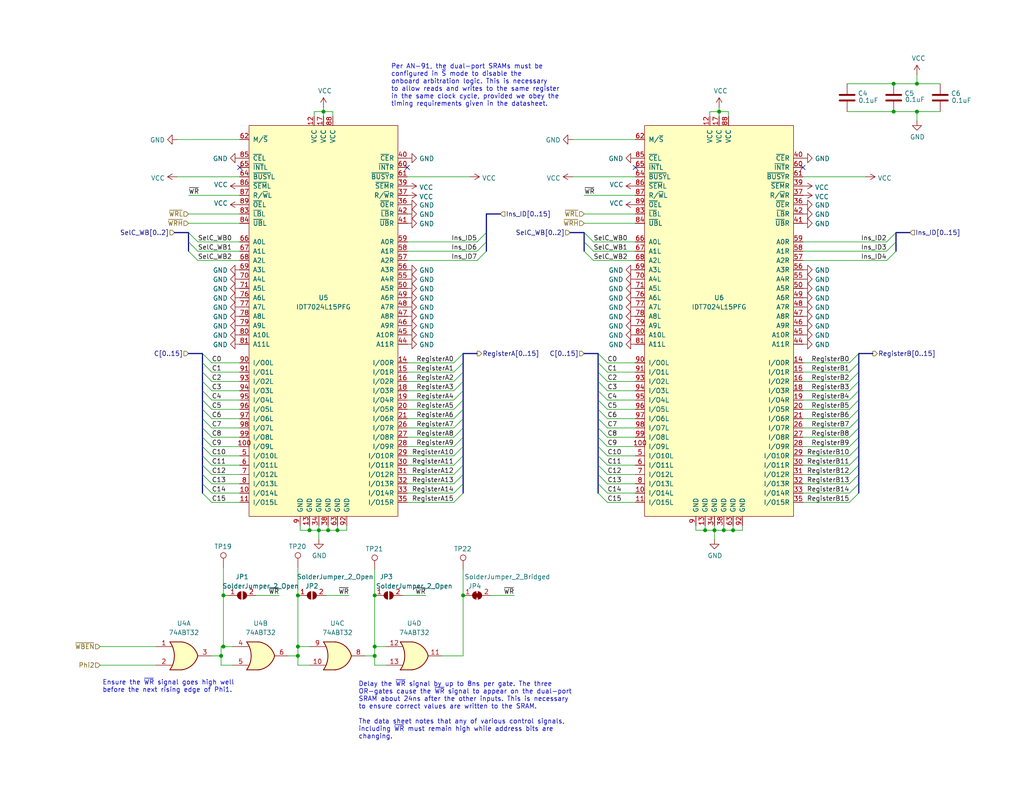
<source format=kicad_sch>
(kicad_sch (version 20250114) (generator "eeschema") (generator_version "9.0")
  (paper "USLetter")
  (title_block (title "Register File") (date "2025-07-01") (rev "A") (comment 4 "Triple Port Register File build from dual port SRAM"))
  (text "Delay the ~{WR} signal by up to 8ns per gate. The three\nOR-gates cause the ~{WR} signal to appear on the dual-port\nSRAM about 24ns after the other inputs. This is necessary\nto ensure correct values are written to the SRAM.\n\nThe data sheet notes that any of various control signals,\nincluding ~{WR} must remain high while address bits are\nchanging." (at 97.79 201.93 0) (effects (font (size 1.27 1.27)) (justify left bottom)))
  (text "Per AN-91, the dual-port SRAMs must be\nconfigured in ~{S} mode to disable the\nonboard arbitration logic. This is necessary\nto allow reads and writes to the same register\nin the same clock cycle, provided we obey the \ntiming requirements given in the datasheet." (at 106.68 29.21 0) (effects (font (size 1.27 1.27)) (justify left bottom)))
  (text "Ensure the ~{WR} signal goes high well\nbefore the next rising edge of Phi1." (at 27.94 189.23 0) (effects (font (size 1.27 1.27)) (justify left bottom)))
  (junction (at 60.96 176.53))
  (junction (at 89.535 144.78))
  (junction (at 88.265 30.48))
  (junction (at 81.28 179.07))
  (junction (at 102.235 162.56))
  (junction (at 243.84 22.86))
  (junction (at 60.96 162.56))
  (junction (at 86.995 144.78))
  (junction (at 192.405 144.78))
  (junction (at 197.485 144.78))
  (junction (at 126.365 162.56))
  (junction (at 243.84 30.48))
  (junction (at 102.235 176.53))
  (junction (at 92.075 144.78))
  (junction (at 196.215 30.48))
  (junction (at 250.19 22.86))
  (junction (at 81.28 176.53))
  (junction (at 250.19 30.48))
  (junction (at 200.025 144.78))
  (junction (at 81.28 162.56))
  (junction (at 84.455 144.78))
  (junction (at 102.235 179.07))
  (junction (at 60.325 179.07))
  (junction (at 194.945 144.78))
  (no_connect (at 111.125 45.72))
  (no_connect (at 65.405 45.72))
  (no_connect (at 219.075 45.72))
  (no_connect (at 173.355 45.72))
  (bus_entry (at 234.315 109.22) (size -2.54 2.54))
  (bus_entry (at 126.365 124.46) (size -2.54 2.54))
  (bus_entry (at 159.385 63.5) (size 2.54 2.54))
  (bus_entry (at 55.245 111.76) (size 2.54 2.54))
  (bus_entry (at 132.715 68.58) (size -2.54 2.54))
  (bus_entry (at 163.195 119.38) (size 2.54 2.54))
  (bus_entry (at 163.195 104.14) (size 2.54 2.54))
  (bus_entry (at 51.435 66.04) (size 2.54 2.54))
  (bus_entry (at 234.315 104.14) (size -2.54 2.54))
  (bus_entry (at 163.195 96.52) (size 2.54 2.54))
  (bus_entry (at 163.195 106.68) (size 2.54 2.54))
  (bus_entry (at 163.195 127) (size 2.54 2.54))
  (bus_entry (at 55.245 96.52) (size 2.54 2.54))
  (bus_entry (at 163.195 116.84) (size 2.54 2.54))
  (bus_entry (at 126.365 121.92) (size -2.54 2.54))
  (bus_entry (at 234.315 119.38) (size -2.54 2.54))
  (bus_entry (at 163.195 101.6) (size 2.54 2.54))
  (bus_entry (at 163.195 121.92) (size 2.54 2.54))
  (bus_entry (at 234.315 114.3) (size -2.54 2.54))
  (bus_entry (at 55.245 109.22) (size 2.54 2.54))
  (bus_entry (at 234.315 106.68) (size -2.54 2.54))
  (bus_entry (at 55.245 134.62) (size 2.54 2.54))
  (bus_entry (at 126.365 127) (size -2.54 2.54))
  (bus_entry (at 55.245 132.08) (size 2.54 2.54))
  (bus_entry (at 126.365 132.08) (size -2.54 2.54))
  (bus_entry (at 244.475 68.58) (size -2.54 2.54))
  (bus_entry (at 126.365 99.06) (size -2.54 2.54))
  (bus_entry (at 234.315 129.54) (size -2.54 2.54))
  (bus_entry (at 244.475 66.04) (size -2.54 2.54))
  (bus_entry (at 55.245 106.68) (size 2.54 2.54))
  (bus_entry (at 55.245 129.54) (size 2.54 2.54))
  (bus_entry (at 55.245 114.3) (size 2.54 2.54))
  (bus_entry (at 163.195 99.06) (size 2.54 2.54))
  (bus_entry (at 126.365 116.84) (size -2.54 2.54))
  (bus_entry (at 55.245 119.38) (size 2.54 2.54))
  (bus_entry (at 126.365 129.54) (size -2.54 2.54))
  (bus_entry (at 132.715 63.5) (size -2.54 2.54))
  (bus_entry (at 163.195 124.46) (size 2.54 2.54))
  (bus_entry (at 51.435 63.5) (size 2.54 2.54))
  (bus_entry (at 234.315 116.84) (size -2.54 2.54))
  (bus_entry (at 163.195 111.76) (size 2.54 2.54))
  (bus_entry (at 126.365 119.38) (size -2.54 2.54))
  (bus_entry (at 55.245 124.46) (size 2.54 2.54))
  (bus_entry (at 234.315 134.62) (size -2.54 2.54))
  (bus_entry (at 55.245 127) (size 2.54 2.54))
  (bus_entry (at 159.385 66.04) (size 2.54 2.54))
  (bus_entry (at 132.715 66.04) (size -2.54 2.54))
  (bus_entry (at 126.365 114.3) (size -2.54 2.54))
  (bus_entry (at 51.435 68.58) (size 2.54 2.54))
  (bus_entry (at 234.315 124.46) (size -2.54 2.54))
  (bus_entry (at 55.245 104.14) (size 2.54 2.54))
  (bus_entry (at 163.195 132.08) (size 2.54 2.54))
  (bus_entry (at 55.245 116.84) (size 2.54 2.54))
  (bus_entry (at 163.195 109.22) (size 2.54 2.54))
  (bus_entry (at 126.365 106.68) (size -2.54 2.54))
  (bus_entry (at 234.315 111.76) (size -2.54 2.54))
  (bus_entry (at 163.195 114.3) (size 2.54 2.54))
  (bus_entry (at 55.245 121.92) (size 2.54 2.54))
  (bus_entry (at 234.315 101.6) (size -2.54 2.54))
  (bus_entry (at 163.195 134.62) (size 2.54 2.54))
  (bus_entry (at 234.315 99.06) (size -2.54 2.54))
  (bus_entry (at 126.365 109.22) (size -2.54 2.54))
  (bus_entry (at 244.475 63.5) (size -2.54 2.54))
  (bus_entry (at 163.195 129.54) (size 2.54 2.54))
  (bus_entry (at 234.315 96.52) (size -2.54 2.54))
  (bus_entry (at 234.315 132.08) (size -2.54 2.54))
  (bus_entry (at 234.315 121.92) (size -2.54 2.54))
  (bus_entry (at 126.365 104.14) (size -2.54 2.54))
  (bus_entry (at 55.245 101.6) (size 2.54 2.54))
  (bus_entry (at 234.315 127) (size -2.54 2.54))
  (bus_entry (at 55.245 99.06) (size 2.54 2.54))
  (bus_entry (at 126.365 134.62) (size -2.54 2.54))
  (bus_entry (at 126.365 111.76) (size -2.54 2.54))
  (bus_entry (at 126.365 96.52) (size -2.54 2.54))
  (bus_entry (at 126.365 101.6) (size -2.54 2.54))
  (bus_entry (at 159.385 68.58) (size 2.54 2.54))
  (bus (pts (xy 55.245 104.14) (xy 55.245 106.68)))
  (wire (pts (xy 116.205 162.56) (xy 109.855 162.56)))
  (wire (pts (xy 219.075 109.22) (xy 231.775 109.22)))
  (bus (pts (xy 126.365 104.14) (xy 126.365 106.68)))
  (wire (pts (xy 156.21 48.26) (xy 173.355 48.26)))
  (wire (pts (xy 111.125 116.84) (xy 123.825 116.84)))
  (wire (pts (xy 250.19 30.48) (xy 243.84 30.48)))
  (bus (pts (xy 248.285 63.5) (xy 244.475 63.5)))
  (bus (pts (xy 234.315 116.84) (xy 234.315 119.38)))
  (wire (pts (xy 57.785 127) (xy 65.405 127)))
  (wire (pts (xy 120.65 179.07) (xy 126.365 179.07)))
  (bus (pts (xy 163.195 132.08) (xy 163.195 134.62)))
  (wire (pts (xy 111.125 48.26) (xy 128.27 48.26)))
  (wire (pts (xy 102.235 162.56) (xy 102.235 176.53)))
  (wire (pts (xy 219.075 114.3) (xy 231.775 114.3)))
  (bus (pts (xy 163.195 121.92) (xy 163.195 124.46)))
  (wire (pts (xy 81.915 143.51) (xy 81.915 144.78)))
  (wire (pts (xy 197.485 144.78) (xy 200.025 144.78)))
  (wire (pts (xy 111.125 124.46) (xy 123.825 124.46)))
  (wire (pts (xy 161.925 66.04) (xy 173.355 66.04)))
  (wire (pts (xy 219.075 132.08) (xy 231.775 132.08)))
  (bus (pts (xy 234.315 127) (xy 234.315 129.54)))
  (wire (pts (xy 196.215 30.48) (xy 196.215 31.75)))
  (wire (pts (xy 27.305 176.53) (xy 42.545 176.53)))
  (wire (pts (xy 165.735 104.14) (xy 173.355 104.14)))
  (bus (pts (xy 55.245 114.3) (xy 55.245 116.84)))
  (bus (pts (xy 163.195 119.38) (xy 163.195 121.92)))
  (wire (pts (xy 88.265 29.21) (xy 88.265 30.48)))
  (bus (pts (xy 55.245 116.84) (xy 55.245 119.38)))
  (wire (pts (xy 57.785 99.06) (xy 65.405 99.06)))
  (bus (pts (xy 163.195 116.84) (xy 163.195 119.38)))
  (wire (pts (xy 60.325 179.07) (xy 60.325 176.53)))
  (bus (pts (xy 234.315 101.6) (xy 234.315 104.14)))
  (bus (pts (xy 126.365 127) (xy 126.365 129.54)))
  (wire (pts (xy 57.785 137.16) (xy 65.405 137.16)))
  (wire (pts (xy 78.74 179.07) (xy 81.28 179.07)))
  (bus (pts (xy 132.715 66.04) (xy 132.715 68.58)))
  (wire (pts (xy 81.28 176.53) (xy 84.455 176.53)))
  (wire (pts (xy 57.785 124.46) (xy 65.405 124.46)))
  (wire (pts (xy 111.125 114.3) (xy 123.825 114.3)))
  (wire (pts (xy 197.485 143.51) (xy 197.485 144.78)))
  (wire (pts (xy 57.785 114.3) (xy 65.405 114.3)))
  (bus (pts (xy 159.385 96.52) (xy 163.195 96.52)))
  (wire (pts (xy 161.925 68.58) (xy 173.355 68.58)))
  (wire (pts (xy 219.075 124.46) (xy 231.775 124.46)))
  (bus (pts (xy 159.385 66.04) (xy 159.385 68.58)))
  (bus (pts (xy 163.195 101.6) (xy 163.195 104.14)))
  (wire (pts (xy 85.725 31.75) (xy 85.725 30.48)))
  (wire (pts (xy 57.785 109.22) (xy 65.405 109.22)))
  (wire (pts (xy 219.075 134.62) (xy 231.775 134.62)))
  (bus (pts (xy 163.195 104.14) (xy 163.195 106.68)))
  (wire (pts (xy 102.235 179.07) (xy 102.235 176.53)))
  (wire (pts (xy 111.125 106.68) (xy 123.825 106.68)))
  (wire (pts (xy 219.075 116.84) (xy 231.775 116.84)))
  (wire (pts (xy 194.945 144.78) (xy 197.485 144.78)))
  (bus (pts (xy 47.625 63.5) (xy 51.435 63.5)))
  (wire (pts (xy 192.405 144.78) (xy 194.945 144.78)))
  (wire (pts (xy 60.96 162.56) (xy 62.23 162.56)))
  (wire (pts (xy 99.695 179.07) (xy 102.235 179.07)))
  (wire (pts (xy 243.84 22.86) (xy 250.19 22.86)))
  (wire (pts (xy 219.075 106.68) (xy 231.775 106.68)))
  (wire (pts (xy 165.735 129.54) (xy 173.355 129.54)))
  (wire (pts (xy 165.735 109.22) (xy 173.355 109.22)))
  (wire (pts (xy 95.25 162.56) (xy 88.9 162.56)))
  (wire (pts (xy 111.125 111.76) (xy 123.825 111.76)))
  (bus (pts (xy 234.315 129.54) (xy 234.315 132.08)))
  (bus (pts (xy 163.195 129.54) (xy 163.195 132.08)))
  (wire (pts (xy 60.325 181.61) (xy 63.5 181.61)))
  (wire (pts (xy 89.535 144.78) (xy 92.075 144.78)))
  (wire (pts (xy 111.125 101.6) (xy 123.825 101.6)))
  (wire (pts (xy 65.405 60.96) (xy 51.435 60.96)))
  (wire (pts (xy 130.175 66.04) (xy 111.125 66.04)))
  (wire (pts (xy 111.125 109.22) (xy 123.825 109.22)))
  (wire (pts (xy 165.735 134.62) (xy 173.355 134.62)))
  (wire (pts (xy 102.235 181.61) (xy 105.41 181.61)))
  (wire (pts (xy 202.565 144.78) (xy 202.565 143.51)))
  (wire (pts (xy 194.945 144.78) (xy 194.945 147.32)))
  (wire (pts (xy 65.405 58.42) (xy 51.435 58.42)))
  (wire (pts (xy 165.735 116.84) (xy 173.355 116.84)))
  (bus (pts (xy 163.195 114.3) (xy 163.195 116.84)))
  (wire (pts (xy 219.075 129.54) (xy 231.775 129.54)))
  (wire (pts (xy 48.26 38.1) (xy 65.405 38.1)))
  (bus (pts (xy 51.435 66.04) (xy 51.435 68.58)))
  (wire (pts (xy 219.075 101.6) (xy 231.775 101.6)))
  (bus (pts (xy 51.435 63.5) (xy 51.435 66.04)))
  (wire (pts (xy 165.735 111.76) (xy 173.355 111.76)))
  (wire (pts (xy 81.28 154.94) (xy 81.28 162.56)))
  (wire (pts (xy 84.455 143.51) (xy 84.455 144.78)))
  (bus (pts (xy 126.365 99.06) (xy 126.365 101.6)))
  (wire (pts (xy 173.355 53.34) (xy 159.385 53.34)))
  (bus (pts (xy 55.245 109.22) (xy 55.245 111.76)))
  (bus (pts (xy 234.315 132.08) (xy 234.315 134.62)))
  (wire (pts (xy 60.96 162.56) (xy 60.96 176.53)))
  (wire (pts (xy 111.125 68.58) (xy 130.175 68.58)))
  (wire (pts (xy 196.215 29.21) (xy 196.215 30.48)))
  (wire (pts (xy 200.025 144.78) (xy 202.565 144.78)))
  (wire (pts (xy 111.125 137.16) (xy 123.825 137.16)))
  (wire (pts (xy 189.865 144.78) (xy 192.405 144.78)))
  (wire (pts (xy 88.265 30.48) (xy 88.265 31.75)))
  (bus (pts (xy 234.315 119.38) (xy 234.315 121.92)))
  (wire (pts (xy 81.28 179.07) (xy 81.28 181.61)))
  (wire (pts (xy 111.125 121.92) (xy 123.825 121.92)))
  (bus (pts (xy 51.435 96.52) (xy 55.245 96.52)))
  (wire (pts (xy 173.355 60.96) (xy 159.385 60.96)))
  (wire (pts (xy 194.945 143.51) (xy 194.945 144.78)))
  (wire (pts (xy 219.075 104.14) (xy 231.775 104.14)))
  (wire (pts (xy 89.535 143.51) (xy 89.535 144.78)))
  (wire (pts (xy 86.995 144.78) (xy 89.535 144.78)))
  (wire (pts (xy 90.805 30.48) (xy 90.805 31.75)))
  (bus (pts (xy 130.175 96.52) (xy 126.365 96.52)))
  (wire (pts (xy 81.28 162.56) (xy 81.28 176.53)))
  (bus (pts (xy 155.575 63.5) (xy 159.385 63.5)))
  (wire (pts (xy 219.075 48.26) (xy 236.22 48.26)))
  (wire (pts (xy 126.365 162.56) (xy 126.365 179.07)))
  (wire (pts (xy 196.215 30.48) (xy 198.755 30.48)))
  (wire (pts (xy 219.075 68.58) (xy 241.935 68.58)))
  (bus (pts (xy 55.245 129.54) (xy 55.245 132.08)))
  (wire (pts (xy 193.675 31.75) (xy 193.675 30.48)))
  (wire (pts (xy 57.785 121.92) (xy 65.405 121.92)))
  (wire (pts (xy 156.21 38.1) (xy 173.355 38.1)))
  (bus (pts (xy 126.365 129.54) (xy 126.365 132.08)))
  (wire (pts (xy 53.975 66.04) (xy 65.405 66.04)))
  (wire (pts (xy 231.14 22.86) (xy 243.84 22.86)))
  (bus (pts (xy 244.475 66.04) (xy 244.475 68.58)))
  (wire (pts (xy 165.735 132.08) (xy 173.355 132.08)))
  (bus (pts (xy 163.195 99.06) (xy 163.195 101.6)))
  (wire (pts (xy 165.735 114.3) (xy 173.355 114.3)))
  (wire (pts (xy 60.96 176.53) (xy 63.5 176.53)))
  (wire (pts (xy 48.26 48.26) (xy 65.405 48.26)))
  (wire (pts (xy 57.785 116.84) (xy 65.405 116.84)))
  (wire (pts (xy 111.125 119.38) (xy 123.825 119.38)))
  (bus (pts (xy 163.195 96.52) (xy 163.195 99.06)))
  (bus (pts (xy 234.315 114.3) (xy 234.315 116.84)))
  (wire (pts (xy 189.865 143.51) (xy 189.865 144.78)))
  (bus (pts (xy 126.365 121.92) (xy 126.365 124.46)))
  (wire (pts (xy 140.335 162.56) (xy 133.985 162.56)))
  (bus (pts (xy 55.245 99.06) (xy 55.245 101.6)))
  (wire (pts (xy 219.075 111.76) (xy 231.775 111.76)))
  (wire (pts (xy 165.735 137.16) (xy 173.355 137.16)))
  (wire (pts (xy 57.785 134.62) (xy 65.405 134.62)))
  (wire (pts (xy 250.19 20.32) (xy 250.19 22.86)))
  (wire (pts (xy 57.785 179.07) (xy 60.325 179.07)))
  (bus (pts (xy 126.365 119.38) (xy 126.365 121.92)))
  (wire (pts (xy 256.54 30.48) (xy 250.19 30.48)))
  (wire (pts (xy 192.405 143.51) (xy 192.405 144.78)))
  (bus (pts (xy 163.195 106.68) (xy 163.195 109.22)))
  (bus (pts (xy 55.245 127) (xy 55.245 129.54)))
  (wire (pts (xy 84.455 144.78) (xy 86.995 144.78)))
  (bus (pts (xy 163.195 127) (xy 163.195 129.54)))
  (bus (pts (xy 55.245 111.76) (xy 55.245 114.3)))
  (bus (pts (xy 234.315 109.22) (xy 234.315 111.76)))
  (wire (pts (xy 219.075 119.38) (xy 231.775 119.38)))
  (bus (pts (xy 159.385 63.5) (xy 159.385 66.04)))
  (wire (pts (xy 94.615 144.78) (xy 94.615 143.51)))
  (wire (pts (xy 65.405 53.34) (xy 51.435 53.34)))
  (wire (pts (xy 111.125 127) (xy 123.825 127)))
  (wire (pts (xy 102.235 155.575) (xy 102.235 162.56)))
  (wire (pts (xy 198.755 30.48) (xy 198.755 31.75)))
  (wire (pts (xy 111.125 132.08) (xy 123.825 132.08)))
  (wire (pts (xy 60.96 176.53) (xy 60.325 176.53)))
  (bus (pts (xy 163.195 111.76) (xy 163.195 114.3)))
  (bus (pts (xy 234.315 111.76) (xy 234.315 114.3)))
  (wire (pts (xy 241.935 66.04) (xy 219.075 66.04)))
  (wire (pts (xy 102.235 176.53) (xy 105.41 176.53)))
  (bus (pts (xy 244.475 63.5) (xy 244.475 66.04)))
  (wire (pts (xy 76.2 162.56) (xy 69.85 162.56)))
  (wire (pts (xy 165.735 119.38) (xy 173.355 119.38)))
  (wire (pts (xy 200.025 143.51) (xy 200.025 144.78)))
  (wire (pts (xy 81.28 179.07) (xy 81.28 176.53)))
  (wire (pts (xy 241.935 71.12) (xy 219.075 71.12)))
  (wire (pts (xy 130.175 71.12) (xy 111.125 71.12)))
  (wire (pts (xy 250.19 22.86) (xy 256.54 22.86)))
  (wire (pts (xy 86.995 143.51) (xy 86.995 144.78)))
  (wire (pts (xy 250.19 33.02) (xy 250.19 30.48)))
  (bus (pts (xy 55.245 132.08) (xy 55.245 134.62)))
  (wire (pts (xy 165.735 106.68) (xy 173.355 106.68)))
  (bus (pts (xy 126.365 101.6) (xy 126.365 104.14)))
  (wire (pts (xy 102.235 179.07) (xy 102.235 181.61)))
  (wire (pts (xy 161.925 71.12) (xy 173.355 71.12)))
  (bus (pts (xy 55.245 101.6) (xy 55.245 104.14)))
  (wire (pts (xy 53.975 71.12) (xy 65.405 71.12)))
  (wire (pts (xy 57.785 106.68) (xy 65.405 106.68)))
  (wire (pts (xy 57.785 119.38) (xy 65.405 119.38)))
  (wire (pts (xy 92.075 144.78) (xy 94.615 144.78)))
  (wire (pts (xy 111.125 129.54) (xy 123.825 129.54)))
  (bus (pts (xy 126.365 111.76) (xy 126.365 114.3)))
  (bus (pts (xy 126.365 96.52) (xy 126.365 99.06)))
  (bus (pts (xy 126.365 116.84) (xy 126.365 119.38)))
  (wire (pts (xy 165.735 121.92) (xy 173.355 121.92)))
  (wire (pts (xy 165.735 124.46) (xy 173.355 124.46)))
  (bus (pts (xy 55.245 119.38) (xy 55.245 121.92)))
  (wire (pts (xy 219.075 137.16) (xy 231.775 137.16)))
  (wire (pts (xy 165.735 101.6) (xy 173.355 101.6)))
  (bus (pts (xy 132.715 63.5) (xy 132.715 66.04)))
  (wire (pts (xy 193.675 30.48) (xy 196.215 30.48)))
  (bus (pts (xy 234.315 104.14) (xy 234.315 106.68)))
  (bus (pts (xy 126.365 109.22) (xy 126.365 111.76)))
  (wire (pts (xy 57.785 104.14) (xy 65.405 104.14)))
  (bus (pts (xy 126.365 132.08) (xy 126.365 134.62)))
  (bus (pts (xy 234.315 121.92) (xy 234.315 124.46)))
  (bus (pts (xy 136.525 58.42) (xy 132.715 58.42)))
  (wire (pts (xy 111.125 104.14) (xy 123.825 104.14)))
  (wire (pts (xy 57.785 129.54) (xy 65.405 129.54)))
  (bus (pts (xy 163.195 124.46) (xy 163.195 127)))
  (wire (pts (xy 57.785 132.08) (xy 65.405 132.08)))
  (bus (pts (xy 126.365 106.68) (xy 126.365 109.22)))
  (wire (pts (xy 60.96 154.94) (xy 60.96 162.56)))
  (bus (pts (xy 126.365 124.46) (xy 126.365 127)))
  (wire (pts (xy 86.995 144.78) (xy 86.995 147.32)))
  (wire (pts (xy 57.785 101.6) (xy 65.405 101.6)))
  (wire (pts (xy 27.305 181.61) (xy 42.545 181.61)))
  (wire (pts (xy 165.735 127) (xy 173.355 127)))
  (wire (pts (xy 57.785 111.76) (xy 65.405 111.76)))
  (bus (pts (xy 238.125 96.52) (xy 234.315 96.52)))
  (bus (pts (xy 126.365 114.3) (xy 126.365 116.84)))
  (wire (pts (xy 53.975 68.58) (xy 65.405 68.58)))
  (wire (pts (xy 81.28 181.61) (xy 84.455 181.61)))
  (wire (pts (xy 111.125 99.06) (xy 123.825 99.06)))
  (wire (pts (xy 243.84 30.48) (xy 231.14 30.48)))
  (wire (pts (xy 88.265 30.48) (xy 90.805 30.48)))
  (bus (pts (xy 55.245 121.92) (xy 55.245 124.46)))
  (bus (pts (xy 132.715 58.42) (xy 132.715 63.5)))
  (bus (pts (xy 234.315 96.52) (xy 234.315 99.06)))
  (wire (pts (xy 165.735 99.06) (xy 173.355 99.06)))
  (wire (pts (xy 126.365 155.575) (xy 126.365 162.56)))
  (bus (pts (xy 234.315 124.46) (xy 234.315 127)))
  (wire (pts (xy 92.075 143.51) (xy 92.075 144.78)))
  (wire (pts (xy 111.125 134.62) (xy 123.825 134.62)))
  (bus (pts (xy 55.245 124.46) (xy 55.245 127)))
  (wire (pts (xy 219.075 121.92) (xy 231.775 121.92)))
  (wire (pts (xy 60.325 179.07) (xy 60.325 181.61)))
  (bus (pts (xy 234.315 99.06) (xy 234.315 101.6)))
  (wire (pts (xy 85.725 30.48) (xy 88.265 30.48)))
  (bus (pts (xy 163.195 109.22) (xy 163.195 111.76)))
  (wire (pts (xy 173.355 58.42) (xy 159.385 58.42)))
  (wire (pts (xy 219.075 99.06) (xy 231.775 99.06)))
  (bus (pts (xy 234.315 106.68) (xy 234.315 109.22)))
  (wire (pts (xy 219.075 127) (xy 231.775 127)))
  (bus (pts (xy 55.245 106.68) (xy 55.245 109.22)))
  (wire (pts (xy 81.915 144.78) (xy 84.455 144.78)))
  (bus (pts (xy 55.245 96.52) (xy 55.245 99.06)))
  (label "C13" (at 165.735 132.08 0))
  (label "Ins_ID4" (at 241.935 71.12 180))
  (label "SelC_WB0" (at 161.925 66.04 0))
  (label "RegisterB7" (at 231.775 116.84 180))
  (label "RegisterB14" (at 231.775 134.62 180))
  (label "C11" (at 57.785 127 0))
  (label "C15" (at 165.735 137.16 0))
  (label "SelC_WB2" (at 161.925 71.12 0))
  (label "Ins_ID7" (at 130.175 71.12 180))
  (label "C5" (at 57.785 111.76 0))
  (label "RegisterA13" (at 123.825 132.08 180))
  (label "C0" (at 165.735 99.06 0))
  (label "RegisterB10" (at 231.775 124.46 180))
  (label "C12" (at 57.785 129.54 0))
  (label "SelC_WB2" (at 53.975 71.12 0))
  (label "RegisterA5" (at 123.825 111.76 180))
  (label "C9" (at 57.785 121.92 0))
  (label "C4" (at 165.735 109.22 0))
  (label "RegisterB9" (at 231.775 121.92 180))
  (label "~{WR}" (at 95.25 162.56 180))
  (label "~{WR}" (at 116.205 162.56 180))
  (label "SelC_WB0" (at 53.975 66.04 0))
  (label "C0" (at 57.785 99.06 0))
  (label "C3" (at 57.785 106.68 0))
  (label "Ins_ID3" (at 241.935 68.58 180))
  (label "C6" (at 57.785 114.3 0))
  (label "C11" (at 165.735 127 0))
  (label "RegisterB12" (at 231.775 129.54 180))
  (label "RegisterA4" (at 123.825 109.22 180))
  (label "RegisterA0" (at 123.825 99.06 180))
  (label "RegisterA10" (at 123.825 124.46 180))
  (label "RegisterB1" (at 231.775 101.6 180))
  (label "C5" (at 165.735 111.76 0))
  (label "RegisterB6" (at 231.775 114.3 180))
  (label "Ins_ID6" (at 130.175 68.58 180))
  (label "RegisterA2" (at 123.825 104.14 180))
  (label "RegisterB3" (at 231.775 106.68 180))
  (label "C15" (at 57.785 137.16 0))
  (label "C6" (at 165.735 114.3 0))
  (label "C10" (at 57.785 124.46 0))
  (label "RegisterA3" (at 123.825 106.68 180))
  (label "RegisterA1" (at 123.825 101.6 180))
  (label "SelC_WB1" (at 161.925 68.58 0))
  (label "RegisterB0" (at 231.775 99.06 180))
  (label "C12" (at 165.735 129.54 0))
  (label "RegisterA7" (at 123.825 116.84 180))
  (label "RegisterB5" (at 231.775 111.76 180))
  (label "C3" (at 165.735 106.68 0))
  (label "RegisterB4" (at 231.775 109.22 180))
  (label "RegisterA8" (at 123.825 119.38 180))
  (label "RegisterB2" (at 231.775 104.14 180))
  (label "C14" (at 165.735 134.62 0))
  (label "C1" (at 57.785 101.6 0))
  (label "RegisterB11" (at 231.775 127 180))
  (label "SelC_WB1" (at 53.975 68.58 0))
  (label "RegisterA11" (at 123.825 127 180))
  (label "~{WR}" (at 76.2 162.56 180))
  (label "C14" (at 57.785 134.62 0))
  (label "Ins_ID2" (at 241.935 66.04 180))
  (label "C9" (at 165.735 121.92 0))
  (label "C2" (at 165.735 104.14 0))
  (label "C8" (at 165.735 119.38 0))
  (label "~{WR}" (at 159.385 53.34 0))
  (label "C10" (at 165.735 124.46 0))
  (label "RegisterB15" (at 231.775 137.16 180))
  (label "C7" (at 57.785 116.84 0))
  (label "C8" (at 57.785 119.38 0))
  (label "Ins_ID5" (at 130.175 66.04 180))
  (label "C7" (at 165.735 116.84 0))
  (label "RegisterA9" (at 123.825 121.92 180))
  (label "RegisterA15" (at 123.825 137.16 180))
  (label "C13" (at 57.785 132.08 0))
  (label "RegisterB13" (at 231.775 132.08 180))
  (label "~{WR}" (at 140.335 162.56 180))
  (label "C2" (at 57.785 104.14 0))
  (label "RegisterA6" (at 123.825 114.3 180))
  (label "C1" (at 165.735 101.6 0))
  (label "C4" (at 57.785 109.22 0))
  (label "RegisterB8" (at 231.775 119.38 180))
  (label "RegisterA12" (at 123.825 129.54 180))
  (label "~{WR}" (at 51.435 53.34 0))
  (label "RegisterA14" (at 123.825 134.62 180))
  (hierarchical_label "~{WBEN}" (shape input) (at 27.305 176.53 180))
  (hierarchical_label "C[0..15]" (shape input) (at 51.435 96.52 180))
  (hierarchical_label "SelC_WB[0..2]" (shape input) (at 155.575 63.5 180))
  (hierarchical_label "Phi2" (shape input) (at 27.305 181.61 180))
  (hierarchical_label "~{WRL}" (shape input) (at 51.435 58.42 180))
  (hierarchical_label "C[0..15]" (shape input) (at 159.385 96.52 180))
  (hierarchical_label "RegisterB[0..15]" (shape output) (at 238.125 96.52 0))
  (hierarchical_label "Ins_ID[0..15]" (shape input) (at 248.285 63.5 0))
  (hierarchical_label "SelC_WB[0..2]" (shape input) (at 47.625 63.5 180))
  (hierarchical_label "Ins_ID[0..15]" (shape input) (at 136.525 58.42 0))
  (hierarchical_label "~{WRH}" (shape input) (at 159.385 60.96 180))
  (hierarchical_label "RegisterA[0..15]" (shape output) (at 130.175 96.52 0))
  (hierarchical_label "~{WRL}" (shape input) (at 159.385 58.42 180))
  (hierarchical_label "~{WRH}" (shape input) (at 51.435 60.96 180))
  (symbol (lib_id "power:GND") (at 250.19 33.02 0) (unit 1)
    (property "Reference" "#PWR082" (effects (hide yes)))
    (property "Value" "GND" (at 250.317 37.4142 0))
    (property "Description" "Power symbol creates a global label with name \"GND\" , ground" (effects (hide yes)))
    (instances (project "RegisterFileModule" (path "" (reference "#PWR082") (unit 1))) (project "MainBoard" (path "" (reference "#PWR0129") (unit 1))))
  )
  (symbol (lib_id "Device:C") (at 256.54 26.67 0) (unit 1)
    (property "Reference" "C6" (at 259.461 25.5016 0) (effects (justify left)))
    (property "Value" "0.1uF" (at 259.588 27.432 0) (effects (justify left)))
    (property "Footprint" "Capacitor_SMD:C_0603_1608Metric" (effects (hide yes)))
    (property "Datasheet" "https://www.mouser.com/datasheet/2/396/taiyo_yuden_12132018_mlcc11_hq_e-1510082.pdf" (effects (hide yes)))
    (property "Manufacturer" "Taiyo Yuden" (effects (hide yes)))
    (property "Manufacturer#" "EMK107B7104KAHT" (effects (hide yes)))
    (property "Mouser#" "963-EMK107B7104KAHT" (effects (hide yes)))
    (property "Digikey#" "587-6004-1-ND" (effects (hide yes)))
    (instances (project "RegisterFileModule" (path "" (reference "C6") (unit 1))) (project "MainBoard" (path "" (reference "C15") (unit 1))))
  )
  (symbol (lib_id "Device:C") (at 243.84 26.67 0) (unit 1)
    (property "Reference" "C5" (at 246.761 25.5016 0) (effects (justify left)))
    (property "Value" "0.1uF" (at 246.888 27.178 0) (effects (justify left)))
    (property "Footprint" "Capacitor_SMD:C_0603_1608Metric" (effects (hide yes)))
    (property "Datasheet" "https://www.mouser.com/datasheet/2/396/taiyo_yuden_12132018_mlcc11_hq_e-1510082.pdf" (effects (hide yes)))
    (property "Manufacturer" "Taiyo Yuden" (effects (hide yes)))
    (property "Manufacturer#" "EMK107B7104KAHT" (effects (hide yes)))
    (property "Mouser#" "963-EMK107B7104KAHT" (effects (hide yes)))
    (property "Digikey#" "587-6004-1-ND" (effects (hide yes)))
    (instances (project "RegisterFileModule" (path "" (reference "C5") (unit 1))) (project "MainBoard" (path "" (reference "C14") (unit 1))))
  )
  (symbol (lib_id "power:VCC") (at 250.19 20.32 0) (unit 1)
    (property "Reference" "#PWR081" (effects (hide yes)))
    (property "Value" "VCC" (at 250.6218 15.9258 0))
    (property "Description" "Power symbol creates a global label with name \"VCC\"" (effects (hide yes)))
    (instances (project "RegisterFileModule" (path "" (reference "#PWR081") (unit 1))) (project "MainBoard" (path "" (reference "#PWR0128") (unit 1))))
  )
  (symbol (lib_id "Turtle16:IDT7024L15PFG") (at 88.265 82.55 0) (unit 1)
    (property "Reference" "U5" (at 88.265 81.28 0))
    (property "Value" "IDT7024L15PFG" (at 88.265 83.82 0))
    (property "Footprint" "Package_QFP:TQFP-100_14x14mm_P0.5mm" (effects (hide yes)))
    (property "Datasheet" "https://www.mouser.com/datasheet/2/698/REN_7024_DST_20200220-2930664.pdf" (effects (hide yes)))
    (property "Manufacturer" "Renesas Electronics Corporation" (effects (hide yes)))
    (property "Manufacturer#" "7024L15PFG" (effects (hide yes)))
    (property "Mouser#" "972-7024L15PFG" (effects (hide yes)))
    (property "Digikey#" "800-3611-ND" (effects (hide yes)))
    (instances (project "RegisterFileModule" (path "" (reference "U5") (unit 1))) (project "MainBoard" (path "" (reference "U13") (unit 1))))
  )
  (symbol (lib_id "power:VCC") (at 88.265 29.21 0) (unit 1)
    (property "Reference" "#PWR032" (effects (hide yes)))
    (property "Value" "VCC" (at 88.646 24.8158 0))
    (property "Description" "Power symbol creates a global label with name \"VCC\"" (effects (hide yes)))
    (instances (project "RegisterFileModule" (path "" (reference "#PWR032") (unit 1))) (project "MainBoard" (path "" (reference "#PWR079") (unit 1))))
  )
  (symbol (lib_id "power:GND") (at 86.995 147.32 0) (unit 1)
    (property "Reference" "#PWR031" (effects (hide yes)))
    (property "Value" "GND" (at 87.122 151.7142 0))
    (property "Description" "Power symbol creates a global label with name \"GND\" , ground" (effects (hide yes)))
    (instances (project "RegisterFileModule" (path "" (reference "#PWR031") (unit 1))) (project "MainBoard" (path "" (reference "#PWR078") (unit 1))))
  )
  (symbol (lib_id "power:GND") (at 65.405 43.18 270) (unit 1)
    (property "Reference" "#PWR019" (effects (hide yes)))
    (property "Value" "GND" (at 62.1538 43.307 90) (effects (justify right)))
    (property "Description" "Power symbol creates a global label with name \"GND\" , ground" (effects (hide yes)))
    (instances (project "RegisterFileModule" (path "" (reference "#PWR019") (unit 1))) (project "MainBoard" (path "" (reference "#PWR066") (unit 1))))
  )
  (symbol (lib_id "power:GND") (at 111.125 43.18 90) (mirror x) (unit 1)
    (property "Reference" "#PWR033" (effects (hide yes)))
    (property "Value" "GND" (at 114.3762 43.307 90) (effects (justify right)))
    (property "Description" "Power symbol creates a global label with name \"GND\" , ground" (effects (hide yes)))
    (instances (project "RegisterFileModule" (path "" (reference "#PWR033") (unit 1))) (project "MainBoard" (path "" (reference "#PWR080") (unit 1))))
  )
  (symbol (lib_id "power:GND") (at 111.125 55.88 90) (mirror x) (unit 1)
    (property "Reference" "#PWR036" (effects (hide yes)))
    (property "Value" "GND" (at 114.3762 56.007 90) (effects (justify right)))
    (property "Description" "Power symbol creates a global label with name \"GND\" , ground" (effects (hide yes)))
    (instances (project "RegisterFileModule" (path "" (reference "#PWR036") (unit 1))) (project "MainBoard" (path "" (reference "#PWR083") (unit 1))))
  )
  (symbol (lib_id "power:GND") (at 111.125 73.66 90) (mirror x) (unit 1)
    (property "Reference" "#PWR039" (effects (hide yes)))
    (property "Value" "GND" (at 114.3762 73.787 90) (effects (justify right)))
    (property "Description" "Power symbol creates a global label with name \"GND\" , ground" (effects (hide yes)))
    (instances (project "RegisterFileModule" (path "" (reference "#PWR039") (unit 1))) (project "MainBoard" (path "" (reference "#PWR086") (unit 1))))
  )
  (symbol (lib_id "power:GND") (at 111.125 76.2 90) (mirror x) (unit 1)
    (property "Reference" "#PWR040" (effects (hide yes)))
    (property "Value" "GND" (at 114.3762 76.327 90) (effects (justify right)))
    (property "Description" "Power symbol creates a global label with name \"GND\" , ground" (effects (hide yes)))
    (instances (project "RegisterFileModule" (path "" (reference "#PWR040") (unit 1))) (project "MainBoard" (path "" (reference "#PWR087") (unit 1))))
  )
  (symbol (lib_id "power:GND") (at 111.125 78.74 90) (mirror x) (unit 1)
    (property "Reference" "#PWR041" (effects (hide yes)))
    (property "Value" "GND" (at 114.3762 78.867 90) (effects (justify right)))
    (property "Description" "Power symbol creates a global label with name \"GND\" , ground" (effects (hide yes)))
    (instances (project "RegisterFileModule" (path "" (reference "#PWR041") (unit 1))) (project "MainBoard" (path "" (reference "#PWR088") (unit 1))))
  )
  (symbol (lib_id "power:GND") (at 111.125 81.28 90) (mirror x) (unit 1)
    (property "Reference" "#PWR042" (effects (hide yes)))
    (property "Value" "GND" (at 114.3762 81.407 90) (effects (justify right)))
    (property "Description" "Power symbol creates a global label with name \"GND\" , ground" (effects (hide yes)))
    (instances (project "RegisterFileModule" (path "" (reference "#PWR042") (unit 1))) (project "MainBoard" (path "" (reference "#PWR089") (unit 1))))
  )
  (symbol (lib_id "power:GND") (at 111.125 83.82 90) (mirror x) (unit 1)
    (property "Reference" "#PWR043" (effects (hide yes)))
    (property "Value" "GND" (at 114.3762 83.947 90) (effects (justify right)))
    (property "Description" "Power symbol creates a global label with name \"GND\" , ground" (effects (hide yes)))
    (instances (project "RegisterFileModule" (path "" (reference "#PWR043") (unit 1))) (project "MainBoard" (path "" (reference "#PWR090") (unit 1))))
  )
  (symbol (lib_id "power:GND") (at 111.125 86.36 90) (mirror x) (unit 1)
    (property "Reference" "#PWR044" (effects (hide yes)))
    (property "Value" "GND" (at 114.3762 86.487 90) (effects (justify right)))
    (property "Description" "Power symbol creates a global label with name \"GND\" , ground" (effects (hide yes)))
    (instances (project "RegisterFileModule" (path "" (reference "#PWR044") (unit 1))) (project "MainBoard" (path "" (reference "#PWR091") (unit 1))))
  )
  (symbol (lib_id "power:GND") (at 111.125 88.9 90) (mirror x) (unit 1)
    (property "Reference" "#PWR045" (effects (hide yes)))
    (property "Value" "GND" (at 114.3762 89.027 90) (effects (justify right)))
    (property "Description" "Power symbol creates a global label with name \"GND\" , ground" (effects (hide yes)))
    (instances (project "RegisterFileModule" (path "" (reference "#PWR045") (unit 1))) (project "MainBoard" (path "" (reference "#PWR092") (unit 1))))
  )
  (symbol (lib_id "power:GND") (at 111.125 91.44 90) (mirror x) (unit 1)
    (property "Reference" "#PWR046" (effects (hide yes)))
    (property "Value" "GND" (at 114.3762 91.567 90) (effects (justify right)))
    (property "Description" "Power symbol creates a global label with name \"GND\" , ground" (effects (hide yes)))
    (instances (project "RegisterFileModule" (path "" (reference "#PWR046") (unit 1))) (project "MainBoard" (path "" (reference "#PWR093") (unit 1))))
  )
  (symbol (lib_id "power:GND") (at 111.125 93.98 90) (mirror x) (unit 1)
    (property "Reference" "#PWR047" (effects (hide yes)))
    (property "Value" "GND" (at 114.3762 94.107 90) (effects (justify right)))
    (property "Description" "Power symbol creates a global label with name \"GND\" , ground" (effects (hide yes)))
    (instances (project "RegisterFileModule" (path "" (reference "#PWR047") (unit 1))) (project "MainBoard" (path "" (reference "#PWR094") (unit 1))))
  )
  (symbol (lib_id "power:GND") (at 65.405 93.98 270) (unit 1)
    (property "Reference" "#PWR030" (effects (hide yes)))
    (property "Value" "GND" (at 62.1538 94.107 90) (effects (justify right)))
    (property "Description" "Power symbol creates a global label with name \"GND\" , ground" (effects (hide yes)))
    (instances (project "RegisterFileModule" (path "" (reference "#PWR030") (unit 1))) (project "MainBoard" (path "" (reference "#PWR077") (unit 1))))
  )
  (symbol (lib_id "power:GND") (at 65.405 91.44 270) (unit 1)
    (property "Reference" "#PWR029" (effects (hide yes)))
    (property "Value" "GND" (at 62.1538 91.567 90) (effects (justify right)))
    (property "Description" "Power symbol creates a global label with name \"GND\" , ground" (effects (hide yes)))
    (instances (project "RegisterFileModule" (path "" (reference "#PWR029") (unit 1))) (project "MainBoard" (path "" (reference "#PWR076") (unit 1))))
  )
  (symbol (lib_id "power:GND") (at 65.405 88.9 270) (unit 1)
    (property "Reference" "#PWR028" (effects (hide yes)))
    (property "Value" "GND" (at 62.1538 89.027 90) (effects (justify right)))
    (property "Description" "Power symbol creates a global label with name \"GND\" , ground" (effects (hide yes)))
    (instances (project "RegisterFileModule" (path "" (reference "#PWR028") (unit 1))) (project "MainBoard" (path "" (reference "#PWR075") (unit 1))))
  )
  (symbol (lib_id "power:GND") (at 65.405 86.36 270) (unit 1)
    (property "Reference" "#PWR027" (effects (hide yes)))
    (property "Value" "GND" (at 62.1538 86.487 90) (effects (justify right)))
    (property "Description" "Power symbol creates a global label with name \"GND\" , ground" (effects (hide yes)))
    (instances (project "RegisterFileModule" (path "" (reference "#PWR027") (unit 1))) (project "MainBoard" (path "" (reference "#PWR074") (unit 1))))
  )
  (symbol (lib_id "power:GND") (at 65.405 83.82 270) (unit 1)
    (property "Reference" "#PWR026" (effects (hide yes)))
    (property "Value" "GND" (at 62.1538 83.947 90) (effects (justify right)))
    (property "Description" "Power symbol creates a global label with name \"GND\" , ground" (effects (hide yes)))
    (instances (project "RegisterFileModule" (path "" (reference "#PWR026") (unit 1))) (project "MainBoard" (path "" (reference "#PWR073") (unit 1))))
  )
  (symbol (lib_id "power:GND") (at 65.405 81.28 270) (unit 1)
    (property "Reference" "#PWR025" (effects (hide yes)))
    (property "Value" "GND" (at 62.1538 81.407 90) (effects (justify right)))
    (property "Description" "Power symbol creates a global label with name \"GND\" , ground" (effects (hide yes)))
    (instances (project "RegisterFileModule" (path "" (reference "#PWR025") (unit 1))) (project "MainBoard" (path "" (reference "#PWR072") (unit 1))))
  )
  (symbol (lib_id "power:GND") (at 65.405 78.74 270) (unit 1)
    (property "Reference" "#PWR024" (effects (hide yes)))
    (property "Value" "GND" (at 62.1538 78.867 90) (effects (justify right)))
    (property "Description" "Power symbol creates a global label with name \"GND\" , ground" (effects (hide yes)))
    (instances (project "RegisterFileModule" (path "" (reference "#PWR024") (unit 1))) (project "MainBoard" (path "" (reference "#PWR071") (unit 1))))
  )
  (symbol (lib_id "power:GND") (at 65.405 76.2 270) (unit 1)
    (property "Reference" "#PWR023" (effects (hide yes)))
    (property "Value" "GND" (at 62.1538 76.327 90) (effects (justify right)))
    (property "Description" "Power symbol creates a global label with name \"GND\" , ground" (effects (hide yes)))
    (instances (project "RegisterFileModule" (path "" (reference "#PWR023") (unit 1))) (project "MainBoard" (path "" (reference "#PWR070") (unit 1))))
  )
  (symbol (lib_id "power:GND") (at 65.405 73.66 270) (unit 1)
    (property "Reference" "#PWR022" (effects (hide yes)))
    (property "Value" "GND" (at 62.1538 73.787 90) (effects (justify right)))
    (property "Description" "Power symbol creates a global label with name \"GND\" , ground" (effects (hide yes)))
    (instances (project "RegisterFileModule" (path "" (reference "#PWR022") (unit 1))) (project "MainBoard" (path "" (reference "#PWR069") (unit 1))))
  )
  (symbol (lib_id "power:VCC") (at 111.125 53.34 270) (unit 1)
    (property "Reference" "#PWR035" (effects (hide yes)))
    (property "Value" "VCC" (at 114.3762 53.721 90) (effects (justify left)))
    (property "Description" "Power symbol creates a global label with name \"VCC\"" (effects (hide yes)))
    (instances (project "RegisterFileModule" (path "" (reference "#PWR035") (unit 1))) (project "MainBoard" (path "" (reference "#PWR082") (unit 1))))
  )
  (symbol (lib_id "power:GND") (at 111.125 58.42 90) (mirror x) (unit 1)
    (property "Reference" "#PWR037" (effects (hide yes)))
    (property "Value" "GND" (at 114.3762 58.547 90) (effects (justify right)))
    (property "Description" "Power symbol creates a global label with name \"GND\" , ground" (effects (hide yes)))
    (instances (project "RegisterFileModule" (path "" (reference "#PWR037") (unit 1))) (project "MainBoard" (path "" (reference "#PWR084") (unit 1))))
  )
  (symbol (lib_id "power:GND") (at 111.125 60.96 90) (mirror x) (unit 1)
    (property "Reference" "#PWR038" (effects (hide yes)))
    (property "Value" "GND" (at 114.3762 61.087 90) (effects (justify right)))
    (property "Description" "Power symbol creates a global label with name \"GND\" , ground" (effects (hide yes)))
    (instances (project "RegisterFileModule" (path "" (reference "#PWR038") (unit 1))) (project "MainBoard" (path "" (reference "#PWR085") (unit 1))))
  )
  (symbol (lib_id "Turtle16:IDT7024L15PFG") (at 196.215 82.55 0) (unit 1)
    (property "Reference" "U6" (at 196.215 81.28 0))
    (property "Value" "IDT7024L15PFG" (at 196.215 83.82 0))
    (property "Footprint" "Package_QFP:TQFP-100_14x14mm_P0.5mm" (effects (hide yes)))
    (property "Datasheet" "https://www.mouser.com/datasheet/2/698/REN_7024_DST_20200220-2930664.pdf" (effects (hide yes)))
    (property "Manufacturer" "Renesas Electronics Corporation" (effects (hide yes)))
    (property "Manufacturer#" "7024L15PFG" (effects (hide yes)))
    (property "Mouser#" "972-7024L15PFG" (effects (hide yes)))
    (property "Digikey#" "800-3611-ND" (effects (hide yes)))
    (instances (project "RegisterFileModule" (path "" (reference "U6") (unit 1))) (project "MainBoard" (path "" (reference "U14") (unit 1))))
  )
  (symbol (lib_id "power:VCC") (at 196.215 29.21 0) (unit 1)
    (property "Reference" "#PWR064" (effects (hide yes)))
    (property "Value" "VCC" (at 196.596 24.8158 0))
    (property "Description" "Power symbol creates a global label with name \"VCC\"" (effects (hide yes)))
    (instances (project "RegisterFileModule" (path "" (reference "#PWR064") (unit 1))) (project "MainBoard" (path "" (reference "#PWR0111") (unit 1))))
  )
  (symbol (lib_id "power:GND") (at 194.945 147.32 0) (unit 1)
    (property "Reference" "#PWR063" (effects (hide yes)))
    (property "Value" "GND" (at 195.072 151.7142 0))
    (property "Description" "Power symbol creates a global label with name \"GND\" , ground" (effects (hide yes)))
    (instances (project "RegisterFileModule" (path "" (reference "#PWR063") (unit 1))) (project "MainBoard" (path "" (reference "#PWR0110") (unit 1))))
  )
  (symbol (lib_id "power:GND") (at 173.355 43.18 270) (unit 1)
    (property "Reference" "#PWR051" (effects (hide yes)))
    (property "Value" "GND" (at 170.1038 43.307 90) (effects (justify right)))
    (property "Description" "Power symbol creates a global label with name \"GND\" , ground" (effects (hide yes)))
    (instances (project "RegisterFileModule" (path "" (reference "#PWR051") (unit 1))) (project "MainBoard" (path "" (reference "#PWR098") (unit 1))))
  )
  (symbol (lib_id "power:GND") (at 219.075 43.18 90) (mirror x) (unit 1)
    (property "Reference" "#PWR065" (effects (hide yes)))
    (property "Value" "GND" (at 222.3262 43.307 90) (effects (justify right)))
    (property "Description" "Power symbol creates a global label with name \"GND\" , ground" (effects (hide yes)))
    (instances (project "RegisterFileModule" (path "" (reference "#PWR065") (unit 1))) (project "MainBoard" (path "" (reference "#PWR0112") (unit 1))))
  )
  (symbol (lib_id "power:GND") (at 219.075 55.88 90) (mirror x) (unit 1)
    (property "Reference" "#PWR068" (effects (hide yes)))
    (property "Value" "GND" (at 222.3262 56.007 90) (effects (justify right)))
    (property "Description" "Power symbol creates a global label with name \"GND\" , ground" (effects (hide yes)))
    (instances (project "RegisterFileModule" (path "" (reference "#PWR068") (unit 1))) (project "MainBoard" (path "" (reference "#PWR0115") (unit 1))))
  )
  (symbol (lib_id "power:GND") (at 219.075 73.66 90) (mirror x) (unit 1)
    (property "Reference" "#PWR071" (effects (hide yes)))
    (property "Value" "GND" (at 222.3262 73.787 90) (effects (justify right)))
    (property "Description" "Power symbol creates a global label with name \"GND\" , ground" (effects (hide yes)))
    (instances (project "RegisterFileModule" (path "" (reference "#PWR071") (unit 1))) (project "MainBoard" (path "" (reference "#PWR0118") (unit 1))))
  )
  (symbol (lib_id "power:GND") (at 219.075 76.2 90) (mirror x) (unit 1)
    (property "Reference" "#PWR072" (effects (hide yes)))
    (property "Value" "GND" (at 222.3262 76.327 90) (effects (justify right)))
    (property "Description" "Power symbol creates a global label with name \"GND\" , ground" (effects (hide yes)))
    (instances (project "RegisterFileModule" (path "" (reference "#PWR072") (unit 1))) (project "MainBoard" (path "" (reference "#PWR0119") (unit 1))))
  )
  (symbol (lib_id "power:GND") (at 219.075 78.74 90) (mirror x) (unit 1)
    (property "Reference" "#PWR073" (effects (hide yes)))
    (property "Value" "GND" (at 222.3262 78.867 90) (effects (justify right)))
    (property "Description" "Power symbol creates a global label with name \"GND\" , ground" (effects (hide yes)))
    (instances (project "RegisterFileModule" (path "" (reference "#PWR073") (unit 1))) (project "MainBoard" (path "" (reference "#PWR0120") (unit 1))))
  )
  (symbol (lib_id "power:GND") (at 219.075 81.28 90) (mirror x) (unit 1)
    (property "Reference" "#PWR074" (effects (hide yes)))
    (property "Value" "GND" (at 222.3262 81.407 90) (effects (justify right)))
    (property "Description" "Power symbol creates a global label with name \"GND\" , ground" (effects (hide yes)))
    (instances (project "RegisterFileModule" (path "" (reference "#PWR074") (unit 1))) (project "MainBoard" (path "" (reference "#PWR0121") (unit 1))))
  )
  (symbol (lib_id "power:GND") (at 219.075 83.82 90) (mirror x) (unit 1)
    (property "Reference" "#PWR075" (effects (hide yes)))
    (property "Value" "GND" (at 222.3262 83.947 90) (effects (justify right)))
    (property "Description" "Power symbol creates a global label with name \"GND\" , ground" (effects (hide yes)))
    (instances (project "RegisterFileModule" (path "" (reference "#PWR075") (unit 1))) (project "MainBoard" (path "" (reference "#PWR0122") (unit 1))))
  )
  (symbol (lib_id "power:GND") (at 219.075 86.36 90) (mirror x) (unit 1)
    (property "Reference" "#PWR076" (effects (hide yes)))
    (property "Value" "GND" (at 222.3262 86.487 90) (effects (justify right)))
    (property "Description" "Power symbol creates a global label with name \"GND\" , ground" (effects (hide yes)))
    (instances (project "RegisterFileModule" (path "" (reference "#PWR076") (unit 1))) (project "MainBoard" (path "" (reference "#PWR0123") (unit 1))))
  )
  (symbol (lib_id "power:GND") (at 219.075 88.9 90) (mirror x) (unit 1)
    (property "Reference" "#PWR077" (effects (hide yes)))
    (property "Value" "GND" (at 222.3262 89.027 90) (effects (justify right)))
    (property "Description" "Power symbol creates a global label with name \"GND\" , ground" (effects (hide yes)))
    (instances (project "RegisterFileModule" (path "" (reference "#PWR077") (unit 1))) (project "MainBoard" (path "" (reference "#PWR0124") (unit 1))))
  )
  (symbol (lib_id "power:GND") (at 219.075 91.44 90) (mirror x) (unit 1)
    (property "Reference" "#PWR078" (effects (hide yes)))
    (property "Value" "GND" (at 222.3262 91.567 90) (effects (justify right)))
    (property "Description" "Power symbol creates a global label with name \"GND\" , ground" (effects (hide yes)))
    (instances (project "RegisterFileModule" (path "" (reference "#PWR078") (unit 1))) (project "MainBoard" (path "" (reference "#PWR0125") (unit 1))))
  )
  (symbol (lib_id "power:GND") (at 219.075 93.98 90) (mirror x) (unit 1)
    (property "Reference" "#PWR079" (effects (hide yes)))
    (property "Value" "GND" (at 222.3262 94.107 90) (effects (justify right)))
    (property "Description" "Power symbol creates a global label with name \"GND\" , ground" (effects (hide yes)))
    (instances (project "RegisterFileModule" (path "" (reference "#PWR079") (unit 1))) (project "MainBoard" (path "" (reference "#PWR0126") (unit 1))))
  )
  (symbol (lib_id "power:GND") (at 173.355 93.98 270) (unit 1)
    (property "Reference" "#PWR062" (effects (hide yes)))
    (property "Value" "GND" (at 170.1038 94.107 90) (effects (justify right)))
    (property "Description" "Power symbol creates a global label with name \"GND\" , ground" (effects (hide yes)))
    (instances (project "RegisterFileModule" (path "" (reference "#PWR062") (unit 1))) (project "MainBoard" (path "" (reference "#PWR0109") (unit 1))))
  )
  (symbol (lib_id "power:GND") (at 173.355 91.44 270) (unit 1)
    (property "Reference" "#PWR061" (effects (hide yes)))
    (property "Value" "GND" (at 170.1038 91.567 90) (effects (justify right)))
    (property "Description" "Power symbol creates a global label with name \"GND\" , ground" (effects (hide yes)))
    (instances (project "RegisterFileModule" (path "" (reference "#PWR061") (unit 1))) (project "MainBoard" (path "" (reference "#PWR0108") (unit 1))))
  )
  (symbol (lib_id "power:GND") (at 173.355 88.9 270) (unit 1)
    (property "Reference" "#PWR060" (effects (hide yes)))
    (property "Value" "GND" (at 170.1038 89.027 90) (effects (justify right)))
    (property "Description" "Power symbol creates a global label with name \"GND\" , ground" (effects (hide yes)))
    (instances (project "RegisterFileModule" (path "" (reference "#PWR060") (unit 1))) (project "MainBoard" (path "" (reference "#PWR0107") (unit 1))))
  )
  (symbol (lib_id "power:GND") (at 173.355 86.36 270) (unit 1)
    (property "Reference" "#PWR059" (effects (hide yes)))
    (property "Value" "GND" (at 170.1038 86.487 90) (effects (justify right)))
    (property "Description" "Power symbol creates a global label with name \"GND\" , ground" (effects (hide yes)))
    (instances (project "RegisterFileModule" (path "" (reference "#PWR059") (unit 1))) (project "MainBoard" (path "" (reference "#PWR0106") (unit 1))))
  )
  (symbol (lib_id "power:GND") (at 173.355 83.82 270) (unit 1)
    (property "Reference" "#PWR058" (effects (hide yes)))
    (property "Value" "GND" (at 170.1038 83.947 90) (effects (justify right)))
    (property "Description" "Power symbol creates a global label with name \"GND\" , ground" (effects (hide yes)))
    (instances (project "RegisterFileModule" (path "" (reference "#PWR058") (unit 1))) (project "MainBoard" (path "" (reference "#PWR0105") (unit 1))))
  )
  (symbol (lib_id "power:GND") (at 173.355 81.28 270) (unit 1)
    (property "Reference" "#PWR057" (effects (hide yes)))
    (property "Value" "GND" (at 170.1038 81.407 90) (effects (justify right)))
    (property "Description" "Power symbol creates a global label with name \"GND\" , ground" (effects (hide yes)))
    (instances (project "RegisterFileModule" (path "" (reference "#PWR057") (unit 1))) (project "MainBoard" (path "" (reference "#PWR0104") (unit 1))))
  )
  (symbol (lib_id "power:GND") (at 173.355 78.74 270) (unit 1)
    (property "Reference" "#PWR056" (effects (hide yes)))
    (property "Value" "GND" (at 170.1038 78.867 90) (effects (justify right)))
    (property "Description" "Power symbol creates a global label with name \"GND\" , ground" (effects (hide yes)))
    (instances (project "RegisterFileModule" (path "" (reference "#PWR056") (unit 1))) (project "MainBoard" (path "" (reference "#PWR0103") (unit 1))))
  )
  (symbol (lib_id "power:GND") (at 173.355 76.2 270) (unit 1)
    (property "Reference" "#PWR055" (effects (hide yes)))
    (property "Value" "GND" (at 170.1038 76.327 90) (effects (justify right)))
    (property "Description" "Power symbol creates a global label with name \"GND\" , ground" (effects (hide yes)))
    (instances (project "RegisterFileModule" (path "" (reference "#PWR055") (unit 1))) (project "MainBoard" (path "" (reference "#PWR0102") (unit 1))))
  )
  (symbol (lib_id "power:GND") (at 173.355 73.66 270) (unit 1)
    (property "Reference" "#PWR054" (effects (hide yes)))
    (property "Value" "GND" (at 170.1038 73.787 90) (effects (justify right)))
    (property "Description" "Power symbol creates a global label with name \"GND\" , ground" (effects (hide yes)))
    (instances (project "RegisterFileModule" (path "" (reference "#PWR054") (unit 1))) (project "MainBoard" (path "" (reference "#PWR0101") (unit 1))))
  )
  (symbol (lib_id "power:VCC") (at 219.075 53.34 270) (unit 1)
    (property "Reference" "#PWR067" (effects (hide yes)))
    (property "Value" "VCC" (at 222.3262 53.721 90) (effects (justify left)))
    (property "Description" "Power symbol creates a global label with name \"VCC\"" (effects (hide yes)))
    (instances (project "RegisterFileModule" (path "" (reference "#PWR067") (unit 1))) (project "MainBoard" (path "" (reference "#PWR0114") (unit 1))))
  )
  (symbol (lib_id "power:GND") (at 219.075 58.42 90) (mirror x) (unit 1)
    (property "Reference" "#PWR069" (effects (hide yes)))
    (property "Value" "GND" (at 222.3262 58.547 90) (effects (justify right)))
    (property "Description" "Power symbol creates a global label with name \"GND\" , ground" (effects (hide yes)))
    (instances (project "RegisterFileModule" (path "" (reference "#PWR069") (unit 1))) (project "MainBoard" (path "" (reference "#PWR0116") (unit 1))))
  )
  (symbol (lib_id "power:GND") (at 219.075 60.96 90) (mirror x) (unit 1)
    (property "Reference" "#PWR070" (effects (hide yes)))
    (property "Value" "GND" (at 222.3262 61.087 90) (effects (justify right)))
    (property "Description" "Power symbol creates a global label with name \"GND\" , ground" (effects (hide yes)))
    (instances (project "RegisterFileModule" (path "" (reference "#PWR070") (unit 1))) (project "MainBoard" (path "" (reference "#PWR0117") (unit 1))))
  )
  (symbol (lib_id "power:VCC") (at 65.405 55.88 90) (unit 1)
    (property "Reference" "#PWR021" (effects (hide yes)))
    (property "Value" "VCC" (at 62.1792 55.499 90) (effects (justify left)))
    (property "Description" "Power symbol creates a global label with name \"VCC\"" (effects (hide yes)))
    (instances (project "RegisterFileModule" (path "" (reference "#PWR021") (unit 1))) (project "MainBoard" (path "" (reference "#PWR068") (unit 1))))
  )
  (symbol (lib_id "power:VCC") (at 173.355 55.88 90) (unit 1)
    (property "Reference" "#PWR053" (effects (hide yes)))
    (property "Value" "VCC" (at 170.1292 55.499 90) (effects (justify left)))
    (property "Description" "Power symbol creates a global label with name \"VCC\"" (effects (hide yes)))
    (instances (project "RegisterFileModule" (path "" (reference "#PWR053") (unit 1))) (project "MainBoard" (path "" (reference "#PWR0100") (unit 1))))
  )
  (symbol (lib_id "power:VCC") (at 111.125 50.8 270) (unit 1)
    (property "Reference" "#PWR034" (effects (hide yes)))
    (property "Value" "VCC" (at 114.3762 51.181 90) (effects (justify left)))
    (property "Description" "Power symbol creates a global label with name \"VCC\"" (effects (hide yes)))
    (instances (project "RegisterFileModule" (path "" (reference "#PWR034") (unit 1))) (project "MainBoard" (path "" (reference "#PWR081") (unit 1))))
  )
  (symbol (lib_id "power:VCC") (at 65.405 50.8 90) (unit 1)
    (property "Reference" "#PWR020" (effects (hide yes)))
    (property "Value" "VCC" (at 62.1792 50.419 90) (effects (justify left)))
    (property "Description" "Power symbol creates a global label with name \"VCC\"" (effects (hide yes)))
    (instances (project "RegisterFileModule" (path "" (reference "#PWR020") (unit 1))) (project "MainBoard" (path "" (reference "#PWR067") (unit 1))))
  )
  (symbol (lib_id "power:VCC") (at 173.355 50.8 90) (unit 1)
    (property "Reference" "#PWR052" (effects (hide yes)))
    (property "Value" "VCC" (at 170.1292 50.419 90) (effects (justify left)))
    (property "Description" "Power symbol creates a global label with name \"VCC\"" (effects (hide yes)))
    (instances (project "RegisterFileModule" (path "" (reference "#PWR052") (unit 1))) (project "MainBoard" (path "" (reference "#PWR099") (unit 1))))
  )
  (symbol (lib_id "power:VCC") (at 219.075 50.8 270) (unit 1)
    (property "Reference" "#PWR066" (effects (hide yes)))
    (property "Value" "VCC" (at 222.3262 51.181 90) (effects (justify left)))
    (property "Description" "Power symbol creates a global label with name \"VCC\"" (effects (hide yes)))
    (instances (project "RegisterFileModule" (path "" (reference "#PWR066") (unit 1))) (project "MainBoard" (path "" (reference "#PWR0113") (unit 1))))
  )
  (symbol (lib_id "Jumper:SolderJumper_2_Open") (at 106.045 162.56 0) (unit 1) (in_bom no)
    (property "Reference" "JP3" (at 105.41 157.48 0))
    (property "Value" "SolderJumper_2_Open" (at 113.03 160.02 0))
    (property "Footprint" "Jumper:SolderJumper-2_P1.3mm_Open_RoundedPad1.0x1.5mm" (effects (hide yes)))
  )
  (symbol (lib_id "Jumper:SolderJumper_2_Bridged") (at 130.175 162.56 0) (unit 1) (in_bom no)
    (property "Reference" "JP4" (at 129.54 160.02 0))
    (property "Value" "SolderJumper_2_Bridged" (at 138.43 157.48 0))
    (property "Footprint" "Jumper:SolderJumper-2_P1.3mm_Bridged2Bar_RoundedPad1.0x1.5mm" (effects (hide yes)))
  )
  (symbol (lib_id "Device:C") (at 231.14 26.67 0) (unit 1)
    (property "Reference" "C4" (at 234.061 25.5016 0) (effects (justify left)))
    (property "Value" "0.1uF" (at 234.188 27.432 0) (effects (justify left)))
    (property "Footprint" "Capacitor_SMD:C_0603_1608Metric" (effects (hide yes)))
    (property "Datasheet" "https://www.mouser.com/datasheet/2/396/taiyo_yuden_12132018_mlcc11_hq_e-1510082.pdf" (effects (hide yes)))
    (property "Manufacturer" "Taiyo Yuden" (effects (hide yes)))
    (property "Manufacturer#" "EMK107B7104KAHT" (effects (hide yes)))
    (property "Mouser#" "963-EMK107B7104KAHT" (effects (hide yes)))
    (property "Digikey#" "587-6004-1-ND" (effects (hide yes)))
    (instances (project "RegisterFileModule" (path "" (reference "C4") (unit 1))) (project "MainBoard" (path "" (reference "C13") (unit 1))))
  )
  (symbol (lib_id "Turtle16:74ABT32") (at 113.03 179.07 0) (unit 4)
    (property "Reference" "U4" (at 113.03 170.18 0))
    (property "Value" "74ABT32" (at 113.03 172.72 0))
    (property "Footprint" "Package_SO:TSSOP-14_4.4x5mm_P0.65mm" (effects (hide yes)))
    (property "Datasheet" "https://www.mouser.com/datasheet/2/916/74ABT32-2937354.pdf" (effects (hide yes)))
    (property "Manufacturer" "Nexperia" (effects (hide yes)))
    (property "Manufacturer#" "74ABT32PW,118" (effects (hide yes)))
    (property "Mouser#" "771-ABT32PW118" (effects (hide yes)))
    (property "Digikey#" "1727-6509-1-ND" (effects (hide yes)))
    (instances (project "RegisterFileModule" (path "" (reference "U4") (unit 4))) (project "MainBoard" (path "" (reference "U12") (unit 4))))
  )
  (symbol (lib_name "SolderJumper_2_Open_2") (lib_id "Jumper:SolderJumper_2_Open") (at 85.09 162.56 0) (unit 1) (in_bom no)
    (property "Reference" "JP2" (at 85.09 160.02 0))
    (property "Value" "SolderJumper_2_Open" (at 91.44 157.48 0))
    (property "Footprint" "Jumper:SolderJumper-2_P1.3mm_Open_RoundedPad1.0x1.5mm" (effects (hide yes)))
  )
  (symbol (lib_id "Connector:TestPoint") (at 126.365 155.575 0) (unit 1) (in_bom no)
    (property "Reference" "TP22" (at 123.825 149.86 0) (effects (justify left)))
    (property "Value" "TP" (effects (hide yes)))
    (property "Footprint" "TestPoint:TestPoint_Pad_D1.0mm" (effects (hide yes)))
    (instances (project "RegisterFileModule" (path "" (reference "TP22") (unit 1))) (project "MainBoard" (path "" (reference "TP23") (unit 1))))
  )
  (symbol (lib_id "power:GND") (at 48.26 38.1 270) (unit 1)
    (property "Reference" "#PWR017" (effects (hide yes)))
    (property "Value" "GND" (at 45.0088 38.227 90) (effects (justify right)))
    (property "Description" "Power symbol creates a global label with name \"GND\" , ground" (effects (hide yes)))
    (instances (project "RegisterFileModule" (path "" (reference "#PWR017") (unit 1))) (project "MainBoard" (path "" (reference "#PWR064") (unit 1))))
  )
  (symbol (lib_id "power:VCC") (at -19.05 140.97 0) (unit 1)
    (property "Reference" "#PWR015" (effects (hide yes)))
    (property "Value" "VCC" (at -18.669 136.5758 0))
    (property "Description" "Power symbol creates a global label with name \"VCC\"" (effects (hide yes)))
    (instances (project "RegisterFileModule" (path "" (reference "#PWR015") (unit 1))) (project "MainBoard" (path "" (reference "#PWR062") (unit 1))))
  )
  (symbol (lib_id "Turtle16:74ABT32") (at 92.075 179.07 0) (unit 3)
    (property "Reference" "U4" (at 92.075 170.18 0))
    (property "Value" "74ABT32" (at 92.075 172.72 0))
    (property "Footprint" "Package_SO:TSSOP-14_4.4x5mm_P0.65mm" (effects (hide yes)))
    (property "Datasheet" "https://www.mouser.com/datasheet/2/916/74ABT32-2937354.pdf" (effects (hide yes)))
    (property "Manufacturer" "Nexperia" (effects (hide yes)))
    (property "Manufacturer#" "74ABT32PW,118" (effects (hide yes)))
    (property "Mouser#" "771-ABT32PW118" (effects (hide yes)))
    (property "Digikey#" "1727-6509-1-ND" (effects (hide yes)))
    (instances (project "RegisterFileModule" (path "" (reference "U4") (unit 3))) (project "MainBoard" (path "" (reference "U12") (unit 3))))
  )
  (symbol (lib_id "Turtle16:74ABT32") (at 50.165 179.07 0) (unit 1)
    (property "Reference" "U4" (at 50.165 170.18 0))
    (property "Value" "74ABT32" (at 50.165 172.72 0))
    (property "Footprint" "Package_SO:TSSOP-14_4.4x5mm_P0.65mm" (effects (hide yes)))
    (property "Datasheet" "https://www.mouser.com/datasheet/2/916/74ABT32-2937354.pdf" (effects (hide yes)))
    (property "Manufacturer" "Nexperia" (effects (hide yes)))
    (property "Manufacturer#" "74ABT32PW,118" (effects (hide yes)))
    (property "Mouser#" "771-ABT32PW118" (effects (hide yes)))
    (property "Digikey#" "1727-6509-1-ND" (effects (hide yes)))
    (instances (project "RegisterFileModule" (path "" (reference "U4") (unit 1))) (project "MainBoard" (path "" (reference "U12") (unit 1))))
  )
  (symbol (lib_id "Connector:TestPoint") (at 81.28 154.94 0) (unit 1) (in_bom no)
    (property "Reference" "TP20" (at 78.74 149.225 0) (effects (justify left)))
    (property "Value" "TP" (effects (hide yes)))
    (property "Footprint" "TestPoint:TestPoint_Pad_D1.0mm" (effects (hide yes)))
    (instances (project "RegisterFileModule" (path "" (reference "TP20") (unit 1))) (project "MainBoard" (path "" (reference "TP21") (unit 1))))
  )
  (symbol (lib_id "Turtle16:74ABT32") (at 71.12 179.07 0) (unit 2)
    (property "Reference" "U4" (at 71.12 170.18 0))
    (property "Value" "74ABT32" (at 71.12 172.72 0))
    (property "Footprint" "Package_SO:TSSOP-14_4.4x5mm_P0.65mm" (effects (hide yes)))
    (property "Datasheet" "https://www.mouser.com/datasheet/2/916/74ABT32-2937354.pdf" (effects (hide yes)))
    (property "Manufacturer" "Nexperia" (effects (hide yes)))
    (property "Manufacturer#" "74ABT32PW,118" (effects (hide yes)))
    (property "Mouser#" "771-ABT32PW118" (effects (hide yes)))
    (property "Digikey#" "1727-6509-1-ND" (effects (hide yes)))
    (instances (project "RegisterFileModule" (path "" (reference "U4") (unit 2))) (project "MainBoard" (path "" (reference "U12") (unit 2))))
  )
  (symbol (lib_name "SolderJumper_2_Open_1") (lib_id "Jumper:SolderJumper_2_Open") (at 66.04 162.56 0) (unit 1) (in_bom no)
    (property "Reference" "JP1" (at 66.04 157.48 0))
    (property "Value" "SolderJumper_2_Open" (at 71.12 160.02 0))
    (property "Footprint" "Jumper:SolderJumper-2_P1.3mm_Open_RoundedPad1.0x1.5mm" (effects (hide yes)))
  )
  (symbol (lib_id "power:GND") (at -19.05 166.37 0) (unit 1)
    (property "Reference" "#PWR016" (effects (hide yes)))
    (property "Value" "GND" (at -18.923 170.7642 0))
    (property "Description" "Power symbol creates a global label with name \"GND\" , ground" (effects (hide yes)))
    (instances (project "RegisterFileModule" (path "" (reference "#PWR016") (unit 1))) (project "MainBoard" (path "" (reference "#PWR063") (unit 1))))
  )
  (symbol (lib_id "power:VCC") (at 128.27 48.26 270) (unit 1)
    (property "Reference" "#PWR048" (effects (hide yes)))
    (property "Value" "VCC" (at 131.5212 48.641 90) (effects (justify left)))
    (property "Description" "Power symbol creates a global label with name \"VCC\"" (effects (hide yes)))
    (instances (project "RegisterFileModule" (path "" (reference "#PWR048") (unit 1))) (project "MainBoard" (path "" (reference "#PWR095") (unit 1))))
  )
  (symbol (lib_id "power:VCC") (at 236.22 48.26 270) (unit 1)
    (property "Reference" "#PWR080" (effects (hide yes)))
    (property "Value" "VCC" (at 239.4712 48.641 90) (effects (justify left)))
    (property "Description" "Power symbol creates a global label with name \"VCC\"" (effects (hide yes)))
    (instances (project "RegisterFileModule" (path "" (reference "#PWR080") (unit 1))) (project "MainBoard" (path "" (reference "#PWR0127") (unit 1))))
  )
  (symbol (lib_id "power:VCC") (at 156.21 48.26 90) (mirror x) (unit 1)
    (property "Reference" "#PWR050" (effects (hide yes)))
    (property "Value" "VCC" (at 152.9588 48.641 90) (effects (justify left)))
    (property "Description" "Power symbol creates a global label with name \"VCC\"" (effects (hide yes)))
    (instances (project "RegisterFileModule" (path "" (reference "#PWR050") (unit 1))) (project "MainBoard" (path "" (reference "#PWR097") (unit 1))))
  )
  (symbol (lib_id "Turtle16:74ABT32") (at -19.05 153.67 0) (unit 5)
    (property "Reference" "U4" (at -19.05 152.4 0))
    (property "Value" "74ABT32" (at -19.05 154.305 0))
    (property "Footprint" "Package_SO:TSSOP-14_4.4x5mm_P0.65mm" (effects (hide yes)))
    (property "Datasheet" "https://www.mouser.com/datasheet/2/916/74ABT32-2937354.pdf" (effects (hide yes)))
    (property "Manufacturer" "Nexperia" (effects (hide yes)))
    (property "Manufacturer#" "74ABT32PW,118" (effects (hide yes)))
    (property "Mouser#" "771-ABT32PW118" (effects (hide yes)))
    (property "Digikey#" "1727-6509-1-ND" (effects (hide yes)))
    (instances (project "RegisterFileModule" (path "" (reference "U4") (unit 5))) (project "MainBoard" (path "" (reference "U12") (unit 5))))
  )
  (symbol (lib_id "power:GND") (at 156.21 38.1 270) (unit 1)
    (property "Reference" "#PWR049" (effects (hide yes)))
    (property "Value" "GND" (at 152.9588 38.227 90) (effects (justify right)))
    (property "Description" "Power symbol creates a global label with name \"GND\" , ground" (effects (hide yes)))
    (instances (project "RegisterFileModule" (path "" (reference "#PWR049") (unit 1))) (project "MainBoard" (path "" (reference "#PWR096") (unit 1))))
  )
  (symbol (lib_id "Connector:TestPoint") (at 102.235 155.575 0) (unit 1) (in_bom no)
    (property "Reference" "TP21" (at 99.695 149.86 0) (effects (justify left)))
    (property "Value" "TP" (effects (hide yes)))
    (property "Footprint" "TestPoint:TestPoint_Pad_D1.0mm" (effects (hide yes)))
    (instances (project "RegisterFileModule" (path "" (reference "TP21") (unit 1))) (project "MainBoard" (path "" (reference "TP22") (unit 1))))
  )
  (symbol (lib_id "power:VCC") (at 48.26 48.26 90) (mirror x) (unit 1)
    (property "Reference" "#PWR018" (effects (hide yes)))
    (property "Value" "VCC" (at 45.0088 48.641 90) (effects (justify left)))
    (property "Description" "Power symbol creates a global label with name \"VCC\"" (effects (hide yes)))
    (instances (project "RegisterFileModule" (path "" (reference "#PWR018") (unit 1))) (project "MainBoard" (path "" (reference "#PWR065") (unit 1))))
  )
  (symbol (lib_id "Connector:TestPoint") (at 60.96 154.94 0) (unit 1) (in_bom no)
    (property "Reference" "TP19" (at 58.42 149.225 0) (effects (justify left)))
    (property "Value" "TP" (effects (hide yes)))
    (property "Footprint" "TestPoint:TestPoint_Pad_D1.0mm" (effects (hide yes)))
    (instances (project "RegisterFileModule" (path "" (reference "TP19") (unit 1))) (project "MainBoard" (path "" (reference "TP20") (unit 1))))
  )
)
</source>
